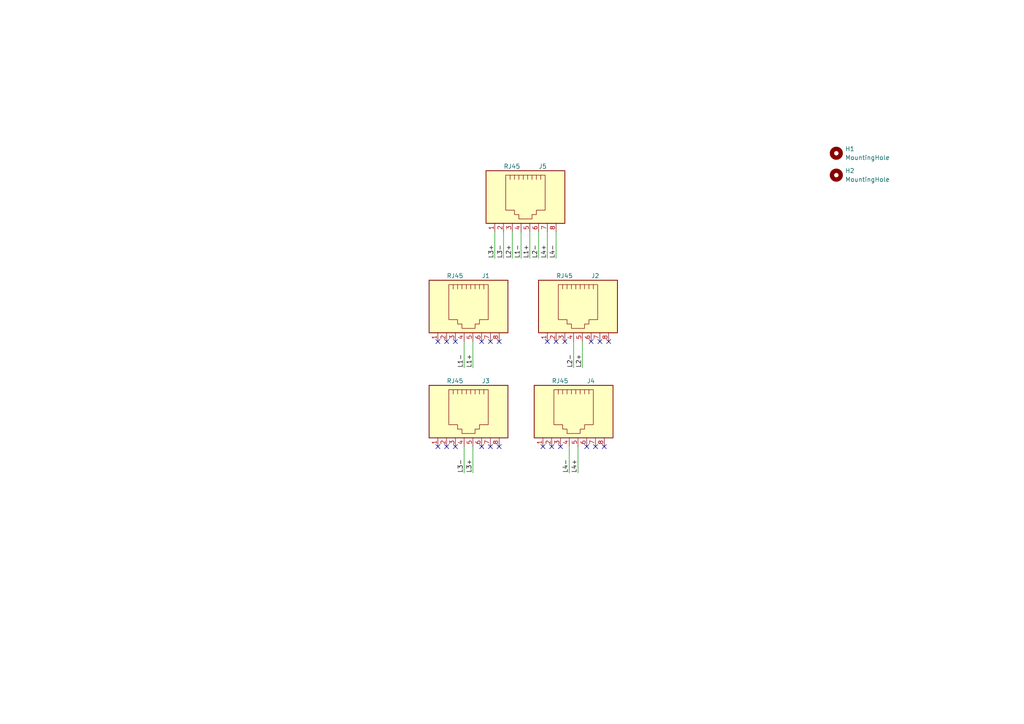
<source format=kicad_sch>
(kicad_sch (version 20211123) (generator eeschema)

  (uuid b6ea334f-1870-4ab7-aad4-f056505c03cd)

  (paper "A4")

  (lib_symbols
    (symbol "Connector:RJ45" (pin_names (offset 1.016)) (in_bom yes) (on_board yes)
      (property "Reference" "J" (id 0) (at -5.08 13.97 0)
        (effects (font (size 1.27 1.27)) (justify right))
      )
      (property "Value" "RJ45" (id 1) (at 2.54 13.97 0)
        (effects (font (size 1.27 1.27)) (justify left))
      )
      (property "Footprint" "" (id 2) (at 0 0.635 90)
        (effects (font (size 1.27 1.27)) hide)
      )
      (property "Datasheet" "~" (id 3) (at 0 0.635 90)
        (effects (font (size 1.27 1.27)) hide)
      )
      (property "ki_keywords" "8P8C RJ female connector" (id 4) (at 0 0 0)
        (effects (font (size 1.27 1.27)) hide)
      )
      (property "ki_description" "RJ connector, 8P8C (8 positions 8 connected)" (id 5) (at 0 0 0)
        (effects (font (size 1.27 1.27)) hide)
      )
      (property "ki_fp_filters" "8P8C* RJ31* RJ32* RJ33* RJ34* RJ35* RJ41* RJ45* RJ49* RJ61*" (id 6) (at 0 0 0)
        (effects (font (size 1.27 1.27)) hide)
      )
      (symbol "RJ45_0_1"
        (polyline
          (pts
            (xy -5.08 4.445)
            (xy -6.35 4.445)
          )
          (stroke (width 0) (type default) (color 0 0 0 0))
          (fill (type none))
        )
        (polyline
          (pts
            (xy -5.08 5.715)
            (xy -6.35 5.715)
          )
          (stroke (width 0) (type default) (color 0 0 0 0))
          (fill (type none))
        )
        (polyline
          (pts
            (xy -6.35 -3.175)
            (xy -5.08 -3.175)
            (xy -5.08 -3.175)
          )
          (stroke (width 0) (type default) (color 0 0 0 0))
          (fill (type none))
        )
        (polyline
          (pts
            (xy -6.35 -1.905)
            (xy -5.08 -1.905)
            (xy -5.08 -1.905)
          )
          (stroke (width 0) (type default) (color 0 0 0 0))
          (fill (type none))
        )
        (polyline
          (pts
            (xy -6.35 -0.635)
            (xy -5.08 -0.635)
            (xy -5.08 -0.635)
          )
          (stroke (width 0) (type default) (color 0 0 0 0))
          (fill (type none))
        )
        (polyline
          (pts
            (xy -6.35 0.635)
            (xy -5.08 0.635)
            (xy -5.08 0.635)
          )
          (stroke (width 0) (type default) (color 0 0 0 0))
          (fill (type none))
        )
        (polyline
          (pts
            (xy -6.35 1.905)
            (xy -5.08 1.905)
            (xy -5.08 1.905)
          )
          (stroke (width 0) (type default) (color 0 0 0 0))
          (fill (type none))
        )
        (polyline
          (pts
            (xy -5.08 3.175)
            (xy -6.35 3.175)
            (xy -6.35 3.175)
          )
          (stroke (width 0) (type default) (color 0 0 0 0))
          (fill (type none))
        )
        (polyline
          (pts
            (xy -6.35 -4.445)
            (xy -6.35 6.985)
            (xy 3.81 6.985)
            (xy 3.81 4.445)
            (xy 5.08 4.445)
            (xy 5.08 3.175)
            (xy 6.35 3.175)
            (xy 6.35 -0.635)
            (xy 5.08 -0.635)
            (xy 5.08 -1.905)
            (xy 3.81 -1.905)
            (xy 3.81 -4.445)
            (xy -6.35 -4.445)
            (xy -6.35 -4.445)
          )
          (stroke (width 0) (type default) (color 0 0 0 0))
          (fill (type none))
        )
        (rectangle (start 7.62 12.7) (end -7.62 -10.16)
          (stroke (width 0.254) (type default) (color 0 0 0 0))
          (fill (type background))
        )
      )
      (symbol "RJ45_1_1"
        (pin passive line (at 10.16 -7.62 180) (length 2.54)
          (name "~" (effects (font (size 1.27 1.27))))
          (number "1" (effects (font (size 1.27 1.27))))
        )
        (pin passive line (at 10.16 -5.08 180) (length 2.54)
          (name "~" (effects (font (size 1.27 1.27))))
          (number "2" (effects (font (size 1.27 1.27))))
        )
        (pin passive line (at 10.16 -2.54 180) (length 2.54)
          (name "~" (effects (font (size 1.27 1.27))))
          (number "3" (effects (font (size 1.27 1.27))))
        )
        (pin passive line (at 10.16 0 180) (length 2.54)
          (name "~" (effects (font (size 1.27 1.27))))
          (number "4" (effects (font (size 1.27 1.27))))
        )
        (pin passive line (at 10.16 2.54 180) (length 2.54)
          (name "~" (effects (font (size 1.27 1.27))))
          (number "5" (effects (font (size 1.27 1.27))))
        )
        (pin passive line (at 10.16 5.08 180) (length 2.54)
          (name "~" (effects (font (size 1.27 1.27))))
          (number "6" (effects (font (size 1.27 1.27))))
        )
        (pin passive line (at 10.16 7.62 180) (length 2.54)
          (name "~" (effects (font (size 1.27 1.27))))
          (number "7" (effects (font (size 1.27 1.27))))
        )
        (pin passive line (at 10.16 10.16 180) (length 2.54)
          (name "~" (effects (font (size 1.27 1.27))))
          (number "8" (effects (font (size 1.27 1.27))))
        )
      )
    )
    (symbol "Mechanical:MountingHole" (pin_names (offset 1.016)) (in_bom yes) (on_board yes)
      (property "Reference" "H" (id 0) (at 0 5.08 0)
        (effects (font (size 1.27 1.27)))
      )
      (property "Value" "MountingHole" (id 1) (at 0 3.175 0)
        (effects (font (size 1.27 1.27)))
      )
      (property "Footprint" "" (id 2) (at 0 0 0)
        (effects (font (size 1.27 1.27)) hide)
      )
      (property "Datasheet" "~" (id 3) (at 0 0 0)
        (effects (font (size 1.27 1.27)) hide)
      )
      (property "ki_keywords" "mounting hole" (id 4) (at 0 0 0)
        (effects (font (size 1.27 1.27)) hide)
      )
      (property "ki_description" "Mounting Hole without connection" (id 5) (at 0 0 0)
        (effects (font (size 1.27 1.27)) hide)
      )
      (property "ki_fp_filters" "MountingHole*" (id 6) (at 0 0 0)
        (effects (font (size 1.27 1.27)) hide)
      )
      (symbol "MountingHole_0_1"
        (circle (center 0 0) (radius 1.27)
          (stroke (width 1.27) (type default) (color 0 0 0 0))
          (fill (type none))
        )
      )
    )
  )


  (no_connect (at 172.72 129.54) (uuid 09887b4a-7d19-42f4-8575-4f45e8141ed4))
  (no_connect (at 162.56 129.54) (uuid 1c4baf74-e7aa-4f64-b1b2-9d70bb7740fc))
  (no_connect (at 175.26 129.54) (uuid 30d6a358-988c-4875-815b-663f98c6b363))
  (no_connect (at 127 99.06) (uuid 3454e717-de02-4e1c-8f7e-1347e1d276b4))
  (no_connect (at 132.08 99.06) (uuid 384c3b99-cfeb-4822-b4a0-2cb98ca75c24))
  (no_connect (at 139.7 129.54) (uuid 38a0ab2d-0fd4-4b7f-ae66-712d18875d78))
  (no_connect (at 144.78 99.06) (uuid 4e60a998-ca60-4c2f-bbea-058c81d0dade))
  (no_connect (at 160.02 129.54) (uuid 56d1cab3-0a12-40e4-9d51-57d7cf37d1d7))
  (no_connect (at 129.54 129.54) (uuid 5a8242d8-7c25-4343-ab98-3f4f1e9a936d))
  (no_connect (at 142.24 99.06) (uuid 6f97d6ea-0b6b-4230-b3cc-056ab6104f7c))
  (no_connect (at 163.83 99.06) (uuid 9044d050-b993-4111-8f01-75ac85463bf8))
  (no_connect (at 127 129.54) (uuid 99e6ae54-4ecf-4e9a-8330-c27475d4259e))
  (no_connect (at 132.08 129.54) (uuid 9ce58293-2428-4781-94fd-171e93f7deca))
  (no_connect (at 161.29 99.06) (uuid a86c3e75-5c7d-48a9-92a9-1d1fc1cd96e0))
  (no_connect (at 176.53 99.06) (uuid a8e4eb51-f124-4b13-a1e5-a111c3a7b850))
  (no_connect (at 170.18 129.54) (uuid bd14b140-e598-4017-b48b-d3081f0a46e8))
  (no_connect (at 139.7 99.06) (uuid c3093ef1-749f-40b4-af90-07553e7e5da1))
  (no_connect (at 142.24 129.54) (uuid d1439155-b4ed-4d34-a82d-234f03c3bc81))
  (no_connect (at 171.45 99.06) (uuid d1b30d63-8814-4f0e-8419-377b1f833fd1))
  (no_connect (at 173.99 99.06) (uuid d8a030d7-b140-40e1-bf93-2f8d052f6d64))
  (no_connect (at 144.78 129.54) (uuid e2ada840-69fd-46b1-b8ba-bfaf3816ed70))
  (no_connect (at 129.54 99.06) (uuid ed432bf7-4245-417e-b2f6-11865259a6aa))
  (no_connect (at 157.48 129.54) (uuid efd1e33c-94b9-4abc-a8e6-224a92c5b9a3))
  (no_connect (at 158.75 99.06) (uuid ff26c74a-2624-4937-b7bb-5ecc6d15430b))

  (wire (pts (xy 153.67 67.31) (xy 153.67 74.93))
    (stroke (width 0) (type default) (color 0 0 0 0))
    (uuid 3b6aa8ed-5475-4f32-b8bd-9673a4dbdccc)
  )
  (wire (pts (xy 134.62 129.54) (xy 134.62 137.16))
    (stroke (width 0) (type default) (color 0 0 0 0))
    (uuid 3f2aa690-c66a-41fd-97d4-3f0547f8f9b2)
  )
  (wire (pts (xy 137.16 99.06) (xy 137.16 106.68))
    (stroke (width 0) (type default) (color 0 0 0 0))
    (uuid 8528b9d4-9d94-47ab-af24-df06088d6ace)
  )
  (wire (pts (xy 151.13 67.31) (xy 151.13 74.93))
    (stroke (width 0) (type default) (color 0 0 0 0))
    (uuid 8a318d70-03fa-428a-b3d8-d481667efc7e)
  )
  (wire (pts (xy 148.59 67.31) (xy 148.59 74.93))
    (stroke (width 0) (type default) (color 0 0 0 0))
    (uuid 8d79fe65-8531-477b-bcb5-3ca1948a0bdf)
  )
  (wire (pts (xy 168.91 99.06) (xy 168.91 106.68))
    (stroke (width 0) (type default) (color 0 0 0 0))
    (uuid 9634cc16-0b5c-4604-b91b-352a3efd6ac7)
  )
  (wire (pts (xy 166.37 99.06) (xy 166.37 106.68))
    (stroke (width 0) (type default) (color 0 0 0 0))
    (uuid 964fb4b7-268f-46bc-82e7-75e50da04163)
  )
  (wire (pts (xy 146.05 67.31) (xy 146.05 74.93))
    (stroke (width 0) (type default) (color 0 0 0 0))
    (uuid 965bfbcd-db43-455a-b098-ed16ad3f0cce)
  )
  (wire (pts (xy 137.16 129.54) (xy 137.16 137.16))
    (stroke (width 0) (type default) (color 0 0 0 0))
    (uuid bc0052c5-b970-4132-aaf5-44e038aa113e)
  )
  (wire (pts (xy 158.75 67.31) (xy 158.75 74.93))
    (stroke (width 0) (type default) (color 0 0 0 0))
    (uuid bc09caf6-0a6c-41ce-8d66-3e73130d8b74)
  )
  (wire (pts (xy 134.62 99.06) (xy 134.62 106.68))
    (stroke (width 0) (type default) (color 0 0 0 0))
    (uuid bea2418f-bf9b-4d8b-8b8a-71bbacc0df27)
  )
  (wire (pts (xy 161.29 67.31) (xy 161.29 74.93))
    (stroke (width 0) (type default) (color 0 0 0 0))
    (uuid c6ba0aca-4cb8-4712-9c7a-98b4890ab3f5)
  )
  (wire (pts (xy 167.64 129.54) (xy 167.64 137.16))
    (stroke (width 0) (type default) (color 0 0 0 0))
    (uuid cfac8ca6-36ad-4fae-acb3-6a61fe629f44)
  )
  (wire (pts (xy 165.1 129.54) (xy 165.1 137.16))
    (stroke (width 0) (type default) (color 0 0 0 0))
    (uuid d2d1ca69-fba4-4805-a6fc-a40ccf6e7a7b)
  )
  (wire (pts (xy 156.21 67.31) (xy 156.21 74.93))
    (stroke (width 0) (type default) (color 0 0 0 0))
    (uuid dfa9e7c5-4669-4a96-aa6d-6a5159ef61a1)
  )
  (wire (pts (xy 143.51 67.31) (xy 143.51 74.93))
    (stroke (width 0) (type default) (color 0 0 0 0))
    (uuid e3f0def4-67d9-4559-ae56-f32ee0283398)
  )

  (label "L2+" (at 148.59 74.93 90)
    (effects (font (size 1.27 1.27)) (justify left bottom))
    (uuid 0329542c-f048-42d6-b3db-96d6a86e7d22)
  )
  (label "L3+" (at 137.16 137.16 90)
    (effects (font (size 1.27 1.27)) (justify left bottom))
    (uuid 0754d88d-f492-4adb-81bd-bb69a6bb6bf2)
  )
  (label "L2-" (at 156.21 74.93 90)
    (effects (font (size 1.27 1.27)) (justify left bottom))
    (uuid 17e6a517-4578-42b9-aa28-c11381d7a8d2)
  )
  (label "L2-" (at 166.37 106.68 90)
    (effects (font (size 1.27 1.27)) (justify left bottom))
    (uuid 22404395-6cd9-4d3b-bab9-eab566642489)
  )
  (label "L1+" (at 153.67 74.93 90)
    (effects (font (size 1.27 1.27)) (justify left bottom))
    (uuid 2d9aeff9-d2e1-4370-8876-ca8337471db7)
  )
  (label "L4+" (at 158.75 74.93 90)
    (effects (font (size 1.27 1.27)) (justify left bottom))
    (uuid 3133407f-3220-4bbf-98ed-d8e008c97f32)
  )
  (label "L1-" (at 151.13 74.93 90)
    (effects (font (size 1.27 1.27)) (justify left bottom))
    (uuid 38241134-ed73-4178-b6a0-a839c9486318)
  )
  (label "L4+" (at 167.64 137.16 90)
    (effects (font (size 1.27 1.27)) (justify left bottom))
    (uuid 577832b7-8f20-4b76-aaa7-abffd4e0a805)
  )
  (label "L1-" (at 134.62 106.68 90)
    (effects (font (size 1.27 1.27)) (justify left bottom))
    (uuid 5d250750-bddc-4a78-80e0-b4087cc81a2b)
  )
  (label "L3-" (at 134.62 137.16 90)
    (effects (font (size 1.27 1.27)) (justify left bottom))
    (uuid bd63cf6b-34c6-446c-9208-44dfe72ceeaa)
  )
  (label "L4-" (at 161.29 74.93 90)
    (effects (font (size 1.27 1.27)) (justify left bottom))
    (uuid c0c0a6ef-c05a-43a2-b58b-ad3a8ad4a3da)
  )
  (label "L2+" (at 168.91 106.68 90)
    (effects (font (size 1.27 1.27)) (justify left bottom))
    (uuid d033e221-db77-429d-bd74-89f3ceb3d397)
  )
  (label "L4-" (at 165.1 137.16 90)
    (effects (font (size 1.27 1.27)) (justify left bottom))
    (uuid d30dad5e-2302-4e15-9124-c510998056e8)
  )
  (label "L3+" (at 143.51 74.93 90)
    (effects (font (size 1.27 1.27)) (justify left bottom))
    (uuid d3a41db0-e38b-49ec-8a4d-f5a29b92eb51)
  )
  (label "L1+" (at 137.16 106.68 90)
    (effects (font (size 1.27 1.27)) (justify left bottom))
    (uuid d5c4dc90-4185-4e9e-ae2c-a9d59c9946e2)
  )
  (label "L3-" (at 146.05 74.93 90)
    (effects (font (size 1.27 1.27)) (justify left bottom))
    (uuid eaf88f36-7b0f-4107-b15a-6f4c8476334d)
  )

  (symbol (lib_id "Connector:RJ45") (at 134.62 88.9 270) (unit 1)
    (in_bom yes) (on_board yes)
    (uuid 08df8cd1-8ea0-4af8-80d9-982ca0844fec)
    (property "Reference" "J1" (id 0) (at 139.7 80.01 90)
      (effects (font (size 1.27 1.27)) (justify left))
    )
    (property "Value" "RJ45" (id 1) (at 129.54 80.01 90)
      (effects (font (size 1.27 1.27)) (justify left))
    )
    (property "Footprint" "BT66B_RJ45_JB:RJ45" (id 2) (at 135.255 88.9 90)
      (effects (font (size 1.27 1.27)) hide)
    )
    (property "Datasheet" "~" (id 3) (at 135.255 88.9 90)
      (effects (font (size 1.27 1.27)) hide)
    )
    (pin "1" (uuid f9728d21-ecb9-4f7f-ab3f-fe371ae61d80))
    (pin "2" (uuid 76e75114-889f-4092-a428-cb496f1eebd3))
    (pin "3" (uuid 89e68d86-0221-494f-aca9-e6cbcfa7db48))
    (pin "4" (uuid 1a4d08bc-80d7-4a77-9305-0c55f5dcefc1))
    (pin "5" (uuid e68b37ef-9a3c-4c3d-a1b9-ac0ad2672523))
    (pin "6" (uuid 8b33c761-627a-4fde-8260-c6fa07d66cfe))
    (pin "7" (uuid 73762c95-b341-4187-ae52-8c8aacd4e353))
    (pin "8" (uuid a19d51c3-b2f1-4ba7-9229-9fcbae0f5104))
  )

  (symbol (lib_id "Connector:RJ45") (at 166.37 88.9 270) (unit 1)
    (in_bom yes) (on_board yes)
    (uuid 10ae9dbf-befb-4fd8-807e-8521da905451)
    (property "Reference" "J2" (id 0) (at 171.45 80.01 90)
      (effects (font (size 1.27 1.27)) (justify left))
    )
    (property "Value" "RJ45" (id 1) (at 161.29 80.01 90)
      (effects (font (size 1.27 1.27)) (justify left))
    )
    (property "Footprint" "BT66B_RJ45_JB:RJ45" (id 2) (at 167.005 88.9 90)
      (effects (font (size 1.27 1.27)) hide)
    )
    (property "Datasheet" "~" (id 3) (at 167.005 88.9 90)
      (effects (font (size 1.27 1.27)) hide)
    )
    (pin "1" (uuid 5719b837-68f1-47ae-b175-2a5d34ee80f1))
    (pin "2" (uuid a916e100-26b0-4c86-ac95-cb8d6d1ab265))
    (pin "3" (uuid 58e1d0f5-bf3a-44df-be3a-8336db163423))
    (pin "4" (uuid bbc37de7-1588-441a-8489-02363ba3e0b7))
    (pin "5" (uuid 061410a0-276b-4f4b-98f4-ae112d6764b1))
    (pin "6" (uuid 253b46fc-e187-4d8a-965a-eb440badca6d))
    (pin "7" (uuid 8319bdb4-19b9-44e5-b04d-d99456ed4790))
    (pin "8" (uuid 761a5ac6-5f9c-4cbd-93ea-4440de769d42))
  )

  (symbol (lib_id "Connector:RJ45") (at 134.62 119.38 270) (unit 1)
    (in_bom yes) (on_board yes)
    (uuid 6a711b72-1f39-4341-856c-e364f5dea240)
    (property "Reference" "J3" (id 0) (at 139.7 110.49 90)
      (effects (font (size 1.27 1.27)) (justify left))
    )
    (property "Value" "RJ45" (id 1) (at 129.54 110.49 90)
      (effects (font (size 1.27 1.27)) (justify left))
    )
    (property "Footprint" "BT66B_RJ45_JB:RJ45" (id 2) (at 135.255 119.38 90)
      (effects (font (size 1.27 1.27)) hide)
    )
    (property "Datasheet" "~" (id 3) (at 135.255 119.38 90)
      (effects (font (size 1.27 1.27)) hide)
    )
    (pin "1" (uuid 235ecd2d-2b46-43fb-be32-3b068043f324))
    (pin "2" (uuid f9f884d4-0be1-4b76-b57d-f71bdc33b5f0))
    (pin "3" (uuid 3b3484c8-08e5-4077-aa84-03264c30f85f))
    (pin "4" (uuid 41fc6275-dbc8-47b9-ae64-2dca954302f9))
    (pin "5" (uuid af9d9719-43b2-4001-abb5-b24b34f91ecc))
    (pin "6" (uuid 9f4d3896-b216-4838-8136-acf32fb70915))
    (pin "7" (uuid c74886ad-1a88-49a0-965c-4281c3358910))
    (pin "8" (uuid 2acfed80-5e88-416d-b2ae-f575f3a91822))
  )

  (symbol (lib_id "Mechanical:MountingHole") (at 242.57 44.45 0) (unit 1)
    (in_bom yes) (on_board yes) (fields_autoplaced)
    (uuid 8f32235d-07ae-4992-87f0-f4960752c704)
    (property "Reference" "H1" (id 0) (at 245.11 43.1799 0)
      (effects (font (size 1.27 1.27)) (justify left))
    )
    (property "Value" "MountingHole" (id 1) (at 245.11 45.7199 0)
      (effects (font (size 1.27 1.27)) (justify left))
    )
    (property "Footprint" "MountingHole:MountingHole_4mm" (id 2) (at 242.57 44.45 0)
      (effects (font (size 1.27 1.27)) hide)
    )
    (property "Datasheet" "~" (id 3) (at 242.57 44.45 0)
      (effects (font (size 1.27 1.27)) hide)
    )
  )

  (symbol (lib_id "Mechanical:MountingHole") (at 242.57 50.8 0) (unit 1)
    (in_bom yes) (on_board yes) (fields_autoplaced)
    (uuid a1d29725-76ba-4181-a43f-22fff00ba460)
    (property "Reference" "H2" (id 0) (at 245.11 49.5299 0)
      (effects (font (size 1.27 1.27)) (justify left))
    )
    (property "Value" "MountingHole" (id 1) (at 245.11 52.0699 0)
      (effects (font (size 1.27 1.27)) (justify left))
    )
    (property "Footprint" "MountingHole:MountingHole_4mm" (id 2) (at 242.57 50.8 0)
      (effects (font (size 1.27 1.27)) hide)
    )
    (property "Datasheet" "~" (id 3) (at 242.57 50.8 0)
      (effects (font (size 1.27 1.27)) hide)
    )
  )

  (symbol (lib_id "Connector:RJ45") (at 165.1 119.38 270) (unit 1)
    (in_bom yes) (on_board yes)
    (uuid a8b4e218-267f-46bb-9fe0-8cde7241ede9)
    (property "Reference" "J4" (id 0) (at 170.18 110.49 90)
      (effects (font (size 1.27 1.27)) (justify left))
    )
    (property "Value" "RJ45" (id 1) (at 160.02 110.49 90)
      (effects (font (size 1.27 1.27)) (justify left))
    )
    (property "Footprint" "BT66B_RJ45_JB:RJ45" (id 2) (at 165.735 119.38 90)
      (effects (font (size 1.27 1.27)) hide)
    )
    (property "Datasheet" "~" (id 3) (at 165.735 119.38 90)
      (effects (font (size 1.27 1.27)) hide)
    )
    (pin "1" (uuid 9e43348b-b7f7-4882-9532-502de6b834b1))
    (pin "2" (uuid 2c3555a5-a424-4679-8df6-13dc527fd623))
    (pin "3" (uuid a779b427-002d-4985-96b1-198dde9cd915))
    (pin "4" (uuid efa2bc3b-6aa2-45e6-98fd-2260b1d351cc))
    (pin "5" (uuid da146938-be94-4f4d-b209-e24fdfdcbb0d))
    (pin "6" (uuid b46e4aea-49da-46a8-b540-7817dcfce3ec))
    (pin "7" (uuid 3c6a4be8-6b43-44a8-8313-b52bcae16c90))
    (pin "8" (uuid 78264593-8cd4-41ad-95ef-9834829711b7))
  )

  (symbol (lib_id "Connector:RJ45") (at 151.13 57.15 270) (unit 1)
    (in_bom yes) (on_board yes)
    (uuid aa838dac-c52c-40a5-bd2e-a3825bfc56a7)
    (property "Reference" "J5" (id 0) (at 156.21 48.26 90)
      (effects (font (size 1.27 1.27)) (justify left))
    )
    (property "Value" "RJ45" (id 1) (at 146.05 48.26 90)
      (effects (font (size 1.27 1.27)) (justify left))
    )
    (property "Footprint" "BT66B_RJ45_JB:RJ45" (id 2) (at 151.765 57.15 90)
      (effects (font (size 1.27 1.27)) hide)
    )
    (property "Datasheet" "~" (id 3) (at 151.765 57.15 90)
      (effects (font (size 1.27 1.27)) hide)
    )
    (pin "1" (uuid 9b31ddef-cda6-4bd5-bfc8-041f8187078d))
    (pin "2" (uuid 8a3b6a64-23ac-4526-bb63-653c82f58422))
    (pin "3" (uuid 59267a5b-ddbb-4b51-9b20-86f67a85a4ce))
    (pin "4" (uuid a0d7cd51-647f-44f3-ac60-adbcb78a42ba))
    (pin "5" (uuid 540501f7-0abd-4a63-a47e-9de01c45b073))
    (pin "6" (uuid ca8d71c6-e7da-4ddf-a5cc-2141fd94e941))
    (pin "7" (uuid e01f1a25-0a96-4a4b-8174-3a7fb3af96ba))
    (pin "8" (uuid 0c81115f-031c-4bc7-a1c0-482fb585a313))
  )

  (sheet_instances
    (path "/" (page "1"))
  )

  (symbol_instances
    (path "/8f32235d-07ae-4992-87f0-f4960752c704"
      (reference "H1") (unit 1) (value "MountingHole") (footprint "MountingHole:MountingHole_4mm")
    )
    (path "/a1d29725-76ba-4181-a43f-22fff00ba460"
      (reference "H2") (unit 1) (value "MountingHole") (footprint "MountingHole:MountingHole_4mm")
    )
    (path "/08df8cd1-8ea0-4af8-80d9-982ca0844fec"
      (reference "J1") (unit 1) (value "RJ45") (footprint "BT66B_RJ45_JB:RJ45")
    )
    (path "/10ae9dbf-befb-4fd8-807e-8521da905451"
      (reference "J2") (unit 1) (value "RJ45") (footprint "BT66B_RJ45_JB:RJ45")
    )
    (path "/6a711b72-1f39-4341-856c-e364f5dea240"
      (reference "J3") (unit 1) (value "RJ45") (footprint "BT66B_RJ45_JB:RJ45")
    )
    (path "/a8b4e218-267f-46bb-9fe0-8cde7241ede9"
      (reference "J4") (unit 1) (value "RJ45") (footprint "BT66B_RJ45_JB:RJ45")
    )
    (path "/aa838dac-c52c-40a5-bd2e-a3825bfc56a7"
      (reference "J5") (unit 1) (value "RJ45") (footprint "BT66B_RJ45_JB:RJ45")
    )
  )
)

</source>
